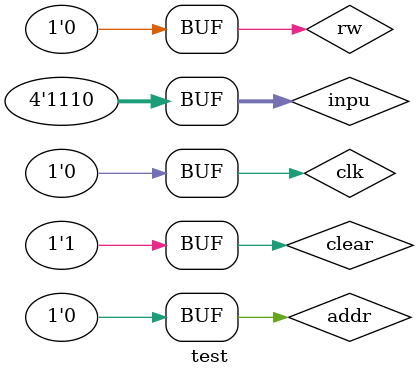
<source format=v>

module demux ( D, sel, y0, y1);
input D;
input sel;
output y0,y1;
wire y0,y1,N;
and g1(y0, D, N);
and g2(y1, D, sel);
not g0(N, sel);
endmodule


module mux (Y, A, B, sel);
output [3:0] Y;
input [3:0] A, B;
input sel;
reg [3:0] Y;
always @(A or B or sel)
if (sel == 1'b0)
Y = A;
else
Y = B;
endmodule

module dff ( output q, output qnot, 
input d, input clk, input clear ); 
reg q, qnot; 

always @( posedge clk ) 
begin 
	if ( ~clear ) 
		begin 
		q <= 0; qnot <= ~q; 
	end 
	q <= d; qnot <= ~q;
end 
endmodule // dff 

module ram1x1 ( output w, input addr, input rw,
input clk, input inpu, input clear );
wire s1,s2,s3,s4;

and and1 (s1, addr, rw);
and and2 (s2, s1, clk);

dff kai (s3, s4, inpu, clk, clear);

and and3 (w, addr, s3);

endmodule

module ram1x4 ( output [3:0] we, input addr, input rw,
input clk, input [3:0] inpu, input clear );
wire s1,s2,s3,s4;

ram1x1 Rodrigo ( we[0], addr, rw, clk, inpu[0], clear);
ram1x1 Gustavo ( we[1], addr, rw, clk, inpu[1], clear);
ram1x1 Ana ( we[2], addr, rw, clk, inpu[2], clear);
ram1x1 Larissa ( we[3], addr, rw, clk, inpu[3], clear);

endmodule

module ram2x4 (output [3:0] we, input addr, input rw,
input clk, input [3:0] inpu, input clear);
wire dms0,dms1,s1,s2,s3,s4,s5;
wire [3:0] aw, bw;

demux dm1 (1'b1, addr, dms0, dms1);

ram1x4 Cater (aw, dms0, rw, clk, inpu, clear);
ram1x4 Raphael (bw, dms1, rw, clk, inpu, clear);

mux m1 (we, aw, bw, addr);

endmodule
 

module test; 
// ------------------------- definir dados 
wire [0:3] we; 
reg addr, rw, clk, clear;
reg [3:0] inpu;

ram2x4 ramiel (we,addr,rw,clk,inpu,clear);
// ------------------------- parte principal 
initial begin 
$display("Guia10Exerc02 - Pedro Henrique Vilar Locatelli - 427453"); 

   $monitor ( "%4d\t%1b\t%1b\t%1b\t%4b\t%1b\t%1b%1b%1b%1b", $time, addr, rw, clk, inpu, clear, we[0],we[1],we[2],we[3]); 
	#1 clear = 0;
	#1 clear = 1;
//	#1 clear = 0;
	#1 clk = 0;
	#1 inpu = 4'b0101;
	#1 addr = 1;
	#1 rw = 1;
	#1 clk = 1;
	#1 clk = 0;
	#1 addr = 0;
	#1 inpu = 4'b1110;
	#1 clk = 1;
	#1 clk = 0;
	#1 rw = 0;
	#1 addr = 1;
	#1 addr = 0;
	
	
	
	
end
endmodule
</source>
